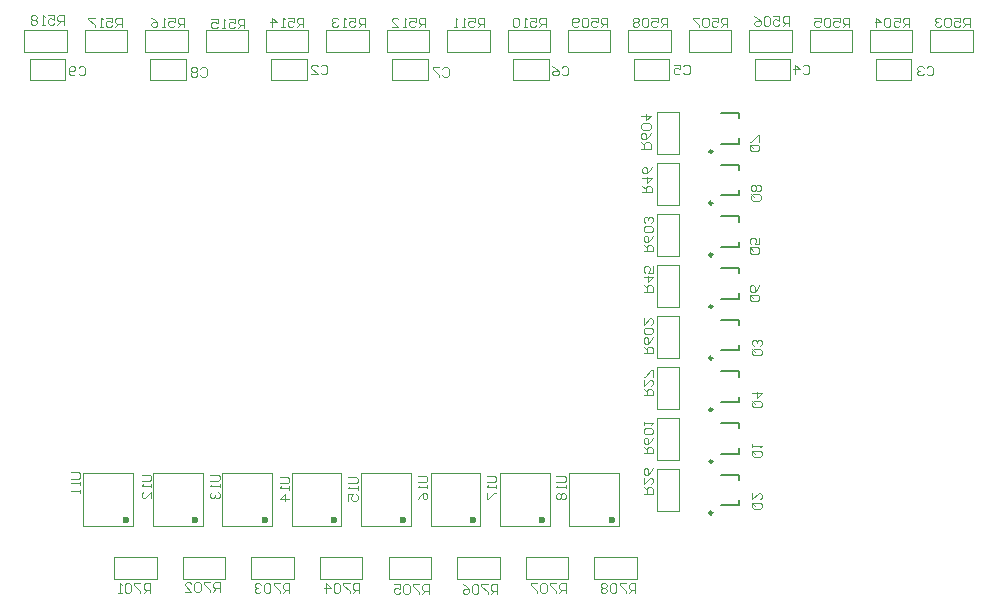
<source format=gbo>
%FSLAX25Y25*%
%MOIN*%
G70*
G01*
G75*
G04 Layer_Color=32896*
%ADD10R,0.33465X0.42126*%
%ADD11R,0.12205X0.04331*%
%ADD12R,0.05906X0.03937*%
%ADD13R,0.05512X0.04724*%
%ADD14R,0.05906X0.05906*%
%ADD15R,0.01969X0.07874*%
%ADD16O,0.01969X0.07874*%
%ADD17R,0.04921X0.03543*%
%ADD18R,0.03543X0.02362*%
%ADD19R,0.03937X0.05906*%
%ADD20R,0.04724X0.05512*%
%ADD21R,0.01969X0.06890*%
%ADD22O,0.01969X0.06890*%
%ADD23O,0.06890X0.01969*%
%ADD24C,0.03937*%
%ADD25C,0.01000*%
%ADD26C,0.02362*%
%ADD27C,0.03150*%
%ADD28C,0.01969*%
%ADD29C,0.01575*%
%ADD30C,0.17716*%
%ADD31R,0.08268X0.08268*%
%ADD32C,0.08268*%
%ADD33R,0.08268X0.08268*%
%ADD34R,0.06102X0.06102*%
%ADD35C,0.06102*%
%ADD36R,0.06102X0.06102*%
%ADD37C,0.05906*%
%ADD38C,0.04724*%
%ADD39R,0.04724X0.04724*%
G04:AMPARAMS|DCode=40|XSize=98.43mil|YSize=118.11mil|CornerRadius=24.61mil|HoleSize=0mil|Usage=FLASHONLY|Rotation=90.000|XOffset=0mil|YOffset=0mil|HoleType=Round|Shape=RoundedRectangle|*
%AMROUNDEDRECTD40*
21,1,0.09843,0.06890,0,0,90.0*
21,1,0.04921,0.11811,0,0,90.0*
1,1,0.04921,0.03445,0.02461*
1,1,0.04921,0.03445,-0.02461*
1,1,0.04921,-0.03445,-0.02461*
1,1,0.04921,-0.03445,0.02461*
%
%ADD40ROUNDEDRECTD40*%
%ADD41R,0.11811X0.09843*%
%ADD42C,0.11811*%
%ADD43C,0.04724*%
%ADD44R,0.04724X0.04724*%
%ADD45C,0.06200*%
%ADD46R,0.05906X0.05906*%
%ADD47C,0.01969*%
%ADD48R,0.02362X0.05906*%
%ADD49R,0.04724X0.03937*%
%ADD50R,0.04724X0.03543*%
%ADD51R,0.05118X0.03543*%
%ADD52R,0.03543X0.04921*%
%ADD53C,0.00787*%
%ADD54C,0.00394*%
%ADD55C,0.01200*%
%ADD56C,0.00591*%
%ADD57C,0.00500*%
%ADD58C,0.00400*%
%ADD59C,0.00600*%
%ADD60C,0.00236*%
%ADD61C,0.00984*%
%ADD62C,0.02362*%
D53*
X472787Y382512D02*
X478594D01*
X472787Y372276D02*
X478594D01*
Y374047D01*
Y380740D02*
Y382512D01*
X472787Y365298D02*
X478594D01*
X472787Y355061D02*
X478594D01*
Y356833D01*
Y363526D02*
Y365298D01*
X472787Y348083D02*
X478594D01*
X472787Y337847D02*
X478594D01*
X478594Y339619D01*
X478594Y346312D02*
Y348083D01*
X472787Y330869D02*
X478594D01*
X472787Y320633D02*
X478594D01*
X478594Y322404D02*
X478594Y320633D01*
X478594Y329097D02*
X478594Y330869D01*
X472787Y313655D02*
X478594D01*
X472787Y303418D02*
X478594D01*
X478594Y305190D02*
X478594Y303418D01*
X478594Y311883D02*
X478594Y313655D01*
X472787Y296440D02*
X478594D01*
X472787Y286204D02*
X478594D01*
Y287976D01*
Y296440D02*
X478594Y294669D01*
X472787Y279226D02*
X478594D01*
X472787Y268990D02*
X478594D01*
X478594Y270761D01*
X478594Y277454D02*
Y279226D01*
X472787Y262012D02*
X478594D01*
X472787Y251776D02*
X478594D01*
Y253547D01*
Y260240D02*
Y262012D01*
D54*
X270516Y227378D02*
X284650Y227378D01*
Y234622D01*
X270516Y234622D02*
X284650Y234622D01*
X270516Y227378D02*
Y234622D01*
X293373Y227378D02*
X307507Y227378D01*
Y234622D01*
X293373Y234622D02*
X307507Y234622D01*
X293373Y227378D02*
Y234622D01*
X316230Y227378D02*
X330364Y227378D01*
Y234622D01*
X316230Y234622D02*
X330364Y234622D01*
X316230Y227378D02*
Y234622D01*
X361944Y227378D02*
X376078Y227378D01*
Y234622D01*
X361944Y234622D02*
X376078Y234622D01*
X361944Y227378D02*
Y234622D01*
X384802Y227378D02*
X398935Y227378D01*
Y234622D01*
X384802Y234622D02*
X398935Y234622D01*
X384802Y227378D02*
Y234622D01*
X407659Y227378D02*
X421793Y227378D01*
Y234622D01*
X407659Y234622D02*
X421793Y234622D01*
X407659Y227378D02*
Y234622D01*
X369339Y244937D02*
Y262653D01*
X352804Y244937D02*
Y262653D01*
Y244937D02*
X369339D01*
X352804Y262653D02*
X369339D01*
X438768Y244937D02*
Y262653D01*
X422232Y244937D02*
Y262653D01*
Y244937D02*
X438768D01*
X422232Y262653D02*
X438768D01*
X339087Y227378D02*
X353221Y227378D01*
Y234622D01*
X339087Y234622D02*
X353221Y234622D01*
X339087Y227378D02*
Y234622D01*
X430516Y227378D02*
X444650Y227378D01*
Y234622D01*
X430516Y234622D02*
X444650Y234622D01*
X430516Y227378D02*
Y234622D01*
X276768Y244937D02*
Y262653D01*
X260232Y244937D02*
Y262653D01*
Y244937D02*
X276768D01*
X260232Y262653D02*
X276768D01*
X299911Y244937D02*
Y262653D01*
X283375Y244937D02*
Y262653D01*
Y244937D02*
X299911D01*
X283375Y262653D02*
X299911D01*
X323053Y244937D02*
Y262653D01*
X306518Y244937D02*
Y262653D01*
Y244937D02*
X323053D01*
X306518Y262653D02*
X323053D01*
X346196Y244937D02*
Y262653D01*
X329661Y244937D02*
Y262653D01*
Y244937D02*
X346196D01*
X329661Y262653D02*
X346196D01*
X392482Y244937D02*
Y262653D01*
X375946Y244937D02*
Y262653D01*
Y244937D02*
X392482D01*
X375946Y262653D02*
X392482D01*
X415625Y244937D02*
Y262653D01*
X399089Y244937D02*
Y262653D01*
Y244937D02*
X415625D01*
X399089Y262653D02*
X415625D01*
X451346Y368744D02*
Y382878D01*
Y368744D02*
X458591D01*
Y382878D01*
X451346D02*
X458591D01*
X451346Y351744D02*
Y365878D01*
Y351744D02*
X458591D01*
Y365878D01*
X451346D02*
X458591D01*
X451346Y334744D02*
Y348878D01*
Y334744D02*
X458591D01*
Y348878D01*
X451346D02*
X458591D01*
X451346Y317744D02*
X451346Y331878D01*
X451346Y317744D02*
X458591D01*
X458591Y331878D02*
X458591Y317744D01*
X451346Y331878D02*
X458591D01*
X451346Y283744D02*
Y297878D01*
Y283744D02*
X458591D01*
Y297878D01*
X451346D02*
X458591D01*
X451346Y300744D02*
Y314878D01*
Y300744D02*
X458591D01*
Y314878D01*
X451346D02*
X458591D01*
Y266744D02*
Y280878D01*
X451346D02*
X458591D01*
X451346Y266744D02*
Y280878D01*
Y266744D02*
X458591D01*
X451346Y249744D02*
X451346Y263878D01*
X451346Y249744D02*
X458591D01*
X458591Y263878D02*
X458591Y249744D01*
X451346Y263878D02*
X458591D01*
X240516Y402878D02*
Y410122D01*
X254650Y410122D01*
Y402878D02*
Y410122D01*
X240516Y402878D02*
X254650Y402878D01*
X260649Y402878D02*
Y410122D01*
X274783Y410122D01*
Y402878D02*
Y410122D01*
X260649Y402878D02*
X274783Y402878D01*
X254134Y393693D02*
Y400425D01*
X242284Y393693D02*
Y400425D01*
X254134D01*
X242284Y393693D02*
X254134D01*
X300916Y410122D02*
X300916Y402878D01*
X300916Y410122D02*
X315050Y410122D01*
Y402878D02*
Y410122D01*
X300916Y402878D02*
X315050D01*
X280782Y402878D02*
Y410122D01*
X294916D01*
X294916Y402878D01*
X280782Y402878D02*
X294916Y402878D01*
X294420Y393693D02*
Y400425D01*
X282569Y393693D02*
Y400425D01*
X294420D01*
X282569Y393693D02*
X294420D01*
X341182Y402878D02*
Y410122D01*
X355316Y410122D01*
Y402878D02*
Y410122D01*
X341182Y402878D02*
X355316Y402878D01*
X321049Y402878D02*
Y410122D01*
X335183Y410122D01*
Y402878D02*
Y410122D01*
X321049Y402878D02*
X335183Y402878D01*
X322855Y393693D02*
Y400425D01*
X334705Y393693D02*
Y400425D01*
X322855Y393693D02*
X334705D01*
X322855Y400425D02*
X334705D01*
X381449Y402878D02*
Y410122D01*
X395583D01*
X395583Y402878D01*
X381449Y402878D02*
X395583Y402878D01*
X361316D02*
Y410122D01*
X375450Y410122D01*
Y402878D02*
Y410122D01*
X361316Y402878D02*
X375450D01*
X374991Y393693D02*
Y400425D01*
X363141Y393693D02*
Y400425D01*
X374991D01*
X363141Y393693D02*
X374991D01*
X421716Y402878D02*
Y410122D01*
X435850Y410122D01*
Y402878D02*
Y410122D01*
X421716Y402878D02*
X435850Y402878D01*
X401582D02*
Y410122D01*
X415716Y410122D01*
Y402878D02*
Y410122D01*
X401582Y402878D02*
X415716D01*
X415277Y393693D02*
Y400425D01*
X403426Y393693D02*
Y400425D01*
X415277D01*
X403426Y393693D02*
X415277D01*
X441849Y402878D02*
Y410122D01*
X455983Y410122D01*
Y402878D02*
Y410122D01*
X441849Y402878D02*
X455983Y402878D01*
X461982Y402878D02*
X461982Y410122D01*
X476116Y410122D01*
Y402878D02*
Y410122D01*
X461982Y402878D02*
X476116Y402878D01*
X455562Y393693D02*
Y400425D01*
X443712Y393693D02*
Y400425D01*
X455562D01*
X443712Y393693D02*
X455562D01*
X482116Y402878D02*
Y410122D01*
X496249D01*
X496250Y402878D01*
X482116Y402878D02*
X496250Y402878D01*
X502249Y402878D02*
Y410122D01*
X516383Y410122D01*
X516383Y402878D02*
X516383Y410122D01*
X502249Y402878D02*
X516383Y402878D01*
X495848Y393693D02*
Y400425D01*
X483998Y393693D02*
Y400425D01*
X495848D01*
X483998Y393693D02*
X495848D01*
X542516Y402878D02*
Y410122D01*
X556649D01*
X556649Y402878D01*
X542516Y402878D02*
X556649Y402878D01*
X522382Y402878D02*
Y410122D01*
X536516D01*
X536516Y402878D02*
X536516Y410122D01*
X522382Y402878D02*
X536516Y402878D01*
X536134Y393693D02*
Y400425D01*
X524283Y393693D02*
Y400425D01*
X536134D01*
X524283Y393693D02*
X536134D01*
X253630Y412008D02*
Y415157D01*
X252056D01*
X251531Y414632D01*
Y413582D01*
X252056Y413057D01*
X253630D01*
X252580D02*
X251531Y412008D01*
X248382Y415157D02*
X250481D01*
Y413582D01*
X249432Y414107D01*
X248907D01*
X248382Y413582D01*
Y412533D01*
X248907Y412008D01*
X249957D01*
X250481Y412533D01*
X247333Y412008D02*
X246283D01*
X246808D01*
Y415157D01*
X247333Y414632D01*
X244709D02*
X244184Y415157D01*
X243135D01*
X242610Y414632D01*
Y414107D01*
X243135Y413582D01*
X242610Y413057D01*
Y412533D01*
X243135Y412008D01*
X244184D01*
X244709Y412533D01*
Y413057D01*
X244184Y413582D01*
X244709Y414107D01*
Y414632D01*
X244184Y413582D02*
X243135D01*
X272921Y411221D02*
Y414369D01*
X271347D01*
X270822Y413844D01*
Y412795D01*
X271347Y412270D01*
X272921D01*
X271872D02*
X270822Y411221D01*
X267674Y414369D02*
X269773D01*
Y412795D01*
X268723Y413319D01*
X268198D01*
X267674Y412795D01*
Y411745D01*
X268198Y411221D01*
X269248D01*
X269773Y411745D01*
X266624Y411221D02*
X265575D01*
X266099D01*
Y414369D01*
X266624Y413844D01*
X264000Y414369D02*
X261901D01*
Y413844D01*
X264000Y411745D01*
Y411221D01*
X293787D02*
Y414369D01*
X292213D01*
X291688Y413844D01*
Y412795D01*
X292213Y412270D01*
X293787D01*
X292738D02*
X291688Y411221D01*
X288540Y414369D02*
X290639D01*
Y412795D01*
X289589Y413319D01*
X289065D01*
X288540Y412795D01*
Y411745D01*
X289065Y411221D01*
X290114D01*
X290639Y411745D01*
X287490Y411221D02*
X286441D01*
X286965D01*
Y414369D01*
X287490Y413844D01*
X282767Y414369D02*
X283817Y413844D01*
X284866Y412795D01*
Y411745D01*
X284342Y411221D01*
X283292D01*
X282767Y411745D01*
Y412270D01*
X283292Y412795D01*
X284866D01*
X313866Y410827D02*
Y413975D01*
X312292D01*
X311767Y413451D01*
Y412401D01*
X312292Y411876D01*
X313866D01*
X312817D02*
X311767Y410827D01*
X308618Y413975D02*
X310718D01*
Y412401D01*
X309668Y412926D01*
X309143D01*
X308618Y412401D01*
Y411351D01*
X309143Y410827D01*
X310193D01*
X310718Y411351D01*
X307569Y410827D02*
X306519D01*
X307044D01*
Y413975D01*
X307569Y413451D01*
X302846Y413975D02*
X304945D01*
Y412401D01*
X303896Y412926D01*
X303371D01*
X302846Y412401D01*
Y411351D01*
X303371Y410827D01*
X304420D01*
X304945Y411351D01*
X333551Y411221D02*
Y414369D01*
X331977D01*
X331452Y413844D01*
Y412795D01*
X331977Y412270D01*
X333551D01*
X332502D02*
X331452Y411221D01*
X328304Y414369D02*
X330403D01*
Y412795D01*
X329353Y413319D01*
X328828D01*
X328304Y412795D01*
Y411745D01*
X328828Y411221D01*
X329878D01*
X330403Y411745D01*
X327254Y411221D02*
X326204D01*
X326729D01*
Y414369D01*
X327254Y413844D01*
X323056Y411221D02*
Y414369D01*
X324630Y412795D01*
X322531D01*
X354024Y411221D02*
Y414369D01*
X352449D01*
X351925Y413844D01*
Y412795D01*
X352449Y412270D01*
X354024D01*
X352974D02*
X351925Y411221D01*
X348776Y414369D02*
X350875D01*
Y412795D01*
X349826Y413319D01*
X349301D01*
X348776Y412795D01*
Y411745D01*
X349301Y411221D01*
X350350D01*
X350875Y411745D01*
X347726Y411221D02*
X346677D01*
X347202D01*
Y414369D01*
X347726Y413844D01*
X345103D02*
X344578Y414369D01*
X343528D01*
X343004Y413844D01*
Y413319D01*
X343528Y412795D01*
X344053D01*
X343528D01*
X343004Y412270D01*
Y411745D01*
X343528Y411221D01*
X344578D01*
X345103Y411745D01*
X374102Y411221D02*
Y414369D01*
X372528D01*
X372003Y413844D01*
Y412795D01*
X372528Y412270D01*
X374102D01*
X373053D02*
X372003Y411221D01*
X368855Y414369D02*
X370954D01*
Y412795D01*
X369904Y413319D01*
X369379D01*
X368855Y412795D01*
Y411745D01*
X369379Y411221D01*
X370429D01*
X370954Y411745D01*
X367805Y411221D02*
X366756D01*
X367280D01*
Y414369D01*
X367805Y413844D01*
X363082Y411221D02*
X365181D01*
X363082Y413319D01*
Y413844D01*
X363607Y414369D01*
X364657D01*
X365181Y413844D01*
X393787Y411221D02*
Y414369D01*
X392213D01*
X391688Y413844D01*
Y412795D01*
X392213Y412270D01*
X393787D01*
X392738D02*
X391688Y411221D01*
X388540Y414369D02*
X390639D01*
Y412795D01*
X389589Y413319D01*
X389065D01*
X388540Y412795D01*
Y411745D01*
X389065Y411221D01*
X390114D01*
X390639Y411745D01*
X387490Y411221D02*
X386441D01*
X386965D01*
Y414369D01*
X387490Y413844D01*
X384866Y411221D02*
X383817D01*
X384342D01*
Y414369D01*
X384866Y413844D01*
X414260Y411221D02*
Y414369D01*
X412685D01*
X412161Y413844D01*
Y412795D01*
X412685Y412270D01*
X414260D01*
X413210D02*
X412161Y411221D01*
X409012Y414369D02*
X411111D01*
Y412795D01*
X410062Y413319D01*
X409537D01*
X409012Y412795D01*
Y411745D01*
X409537Y411221D01*
X410587D01*
X411111Y411745D01*
X407963Y411221D02*
X406913D01*
X407438D01*
Y414369D01*
X407963Y413844D01*
X405339D02*
X404814Y414369D01*
X403764D01*
X403240Y413844D01*
Y411745D01*
X403764Y411221D01*
X404814D01*
X405339Y411745D01*
Y413844D01*
X434732Y411221D02*
Y414369D01*
X433158D01*
X432633Y413844D01*
Y412795D01*
X433158Y412270D01*
X434732D01*
X433683D02*
X432633Y411221D01*
X429485Y414369D02*
X431584D01*
Y412795D01*
X430534Y413319D01*
X430009D01*
X429485Y412795D01*
Y411745D01*
X430009Y411221D01*
X431059D01*
X431584Y411745D01*
X428435Y413844D02*
X427910Y414369D01*
X426861D01*
X426336Y413844D01*
Y411745D01*
X426861Y411221D01*
X427910D01*
X428435Y411745D01*
Y413844D01*
X425286Y411745D02*
X424762Y411221D01*
X423712D01*
X423187Y411745D01*
Y413844D01*
X423712Y414369D01*
X424762D01*
X425286Y413844D01*
Y413319D01*
X424762Y412795D01*
X423187D01*
X454811Y411221D02*
Y414369D01*
X453237D01*
X452712Y413844D01*
Y412795D01*
X453237Y412270D01*
X454811D01*
X453761D02*
X452712Y411221D01*
X449563Y414369D02*
X451662D01*
Y412795D01*
X450613Y413319D01*
X450088D01*
X449563Y412795D01*
Y411745D01*
X450088Y411221D01*
X451138D01*
X451662Y411745D01*
X448514Y413844D02*
X447989Y414369D01*
X446940D01*
X446415Y413844D01*
Y411745D01*
X446940Y411221D01*
X447989D01*
X448514Y411745D01*
Y413844D01*
X445365D02*
X444840Y414369D01*
X443791D01*
X443266Y413844D01*
Y413319D01*
X443791Y412795D01*
X443266Y412270D01*
Y411745D01*
X443791Y411221D01*
X444840D01*
X445365Y411745D01*
Y412270D01*
X444840Y412795D01*
X445365Y413319D01*
Y413844D01*
X444840Y412795D02*
X443791D01*
X474890Y411221D02*
Y414369D01*
X473315D01*
X472791Y413844D01*
Y412795D01*
X473315Y412270D01*
X474890D01*
X473840D02*
X472791Y411221D01*
X469642Y414369D02*
X471741D01*
Y412795D01*
X470692Y413319D01*
X470167D01*
X469642Y412795D01*
Y411745D01*
X470167Y411221D01*
X471216D01*
X471741Y411745D01*
X468593Y413844D02*
X468068Y414369D01*
X467018D01*
X466494Y413844D01*
Y411745D01*
X467018Y411221D01*
X468068D01*
X468593Y411745D01*
Y413844D01*
X465444Y414369D02*
X463345D01*
Y413844D01*
X465444Y411745D01*
Y411221D01*
X495362Y411614D02*
Y414763D01*
X493788D01*
X493263Y414238D01*
Y413189D01*
X493788Y412664D01*
X495362D01*
X494313D02*
X493263Y411614D01*
X490114Y414763D02*
X492214D01*
Y413189D01*
X491164Y413713D01*
X490639D01*
X490114Y413189D01*
Y412139D01*
X490639Y411614D01*
X491689D01*
X492214Y412139D01*
X489065Y414238D02*
X488540Y414763D01*
X487491D01*
X486966Y414238D01*
Y412139D01*
X487491Y411614D01*
X488540D01*
X489065Y412139D01*
Y414238D01*
X483817Y414763D02*
X484867Y414238D01*
X485916Y413189D01*
Y412139D01*
X485392Y411614D01*
X484342D01*
X483817Y412139D01*
Y412664D01*
X484342Y413189D01*
X485916D01*
X515441Y411221D02*
Y414369D01*
X513867D01*
X513342Y413844D01*
Y412795D01*
X513867Y412270D01*
X515441D01*
X514391D02*
X513342Y411221D01*
X510193Y414369D02*
X512292D01*
Y412795D01*
X511243Y413319D01*
X510718D01*
X510193Y412795D01*
Y411745D01*
X510718Y411221D01*
X511768D01*
X512292Y411745D01*
X509144Y413844D02*
X508619Y414369D01*
X507570D01*
X507045Y413844D01*
Y411745D01*
X507570Y411221D01*
X508619D01*
X509144Y411745D01*
Y413844D01*
X503896Y414369D02*
X505995D01*
Y412795D01*
X504946Y413319D01*
X504421D01*
X503896Y412795D01*
Y411745D01*
X504421Y411221D01*
X505470D01*
X505995Y411745D01*
X535520Y411221D02*
Y414369D01*
X533945D01*
X533421Y413844D01*
Y412795D01*
X533945Y412270D01*
X535520D01*
X534470D02*
X533421Y411221D01*
X530272Y414369D02*
X532371D01*
Y412795D01*
X531322Y413319D01*
X530797D01*
X530272Y412795D01*
Y411745D01*
X530797Y411221D01*
X531846D01*
X532371Y411745D01*
X529222Y413844D02*
X528698Y414369D01*
X527648D01*
X527123Y413844D01*
Y411745D01*
X527648Y411221D01*
X528698D01*
X529222Y411745D01*
Y413844D01*
X524500Y411221D02*
Y414369D01*
X526074Y412795D01*
X523975D01*
X555598Y411221D02*
Y414369D01*
X554024D01*
X553499Y413844D01*
Y412795D01*
X554024Y412270D01*
X555598D01*
X554549D02*
X553499Y411221D01*
X550351Y414369D02*
X552450D01*
Y412795D01*
X551400Y413319D01*
X550876D01*
X550351Y412795D01*
Y411745D01*
X550876Y411221D01*
X551925D01*
X552450Y411745D01*
X549301Y413844D02*
X548776Y414369D01*
X547727D01*
X547202Y413844D01*
Y411745D01*
X547727Y411221D01*
X548776D01*
X549301Y411745D01*
Y413844D01*
X546153D02*
X545628Y414369D01*
X544578D01*
X544054Y413844D01*
Y413319D01*
X544578Y412795D01*
X545103D01*
X544578D01*
X544054Y412270D01*
Y411745D01*
X544578Y411221D01*
X545628D01*
X546153Y411745D01*
X258617Y397703D02*
X259142Y398227D01*
X260192D01*
X260717Y397703D01*
Y395603D01*
X260192Y395079D01*
X259142D01*
X258617Y395603D01*
X257568D02*
X257043Y395079D01*
X255994D01*
X255469Y395603D01*
Y397703D01*
X255994Y398227D01*
X257043D01*
X257568Y397703D01*
Y397178D01*
X257043Y396653D01*
X255469D01*
X299169Y397309D02*
X299693Y397834D01*
X300743D01*
X301268Y397309D01*
Y395210D01*
X300743Y394685D01*
X299693D01*
X299169Y395210D01*
X298119Y397309D02*
X297594Y397834D01*
X296545D01*
X296020Y397309D01*
Y396784D01*
X296545Y396259D01*
X296020Y395735D01*
Y395210D01*
X296545Y394685D01*
X297594D01*
X298119Y395210D01*
Y395735D01*
X297594Y396259D01*
X298119Y396784D01*
Y397309D01*
X297594Y396259D02*
X296545D01*
X379877Y397309D02*
X380402Y397834D01*
X381452D01*
X381976Y397309D01*
Y395210D01*
X381452Y394685D01*
X380402D01*
X379877Y395210D01*
X378828Y397834D02*
X376729D01*
Y397309D01*
X378828Y395210D01*
Y394685D01*
X419641Y397703D02*
X420166Y398227D01*
X421215D01*
X421740Y397703D01*
Y395603D01*
X421215Y395079D01*
X420166D01*
X419641Y395603D01*
X416493Y398227D02*
X417542Y397703D01*
X418592Y396653D01*
Y395603D01*
X418067Y395079D01*
X417017D01*
X416493Y395603D01*
Y396128D01*
X417017Y396653D01*
X418592D01*
X460192Y398096D02*
X460717Y398621D01*
X461767D01*
X462291Y398096D01*
Y395997D01*
X461767Y395472D01*
X460717D01*
X460192Y395997D01*
X457044Y398621D02*
X459143D01*
Y397047D01*
X458093Y397571D01*
X457569D01*
X457044Y397047D01*
Y395997D01*
X457569Y395472D01*
X458618D01*
X459143Y395997D01*
X499956Y398096D02*
X500481Y398621D01*
X501530D01*
X502055Y398096D01*
Y395997D01*
X501530Y395472D01*
X500481D01*
X499956Y395997D01*
X497332Y395472D02*
Y398621D01*
X498907Y397047D01*
X496807D01*
X541295Y397703D02*
X541819Y398227D01*
X542869D01*
X543394Y397703D01*
Y395603D01*
X542869Y395079D01*
X541819D01*
X541295Y395603D01*
X540245Y397703D02*
X539720Y398227D01*
X538671D01*
X538146Y397703D01*
Y397178D01*
X538671Y396653D01*
X539196D01*
X538671D01*
X538146Y396128D01*
Y395603D01*
X538671Y395079D01*
X539720D01*
X540245Y395603D01*
X339326Y398096D02*
X339851Y398621D01*
X340900D01*
X341425Y398096D01*
Y395997D01*
X340900Y395472D01*
X339851D01*
X339326Y395997D01*
X336178Y395472D02*
X338277D01*
X336178Y397571D01*
Y398096D01*
X336702Y398621D01*
X337752D01*
X338277Y398096D01*
X417804Y261614D02*
X420428D01*
X420953Y261089D01*
Y260040D01*
X420428Y259515D01*
X417804D01*
X420953Y258466D02*
Y257416D01*
Y257941D01*
X417804D01*
X418329Y258466D01*
Y255842D02*
X417804Y255317D01*
Y254268D01*
X418329Y253743D01*
X418854D01*
X419379Y254268D01*
X419903Y253743D01*
X420428D01*
X420953Y254268D01*
Y255317D01*
X420428Y255842D01*
X419903D01*
X419379Y255317D01*
X418854Y255842D01*
X418329D01*
X419379Y255317D02*
Y254268D01*
X394576Y261614D02*
X397200D01*
X397724Y261089D01*
Y260040D01*
X397200Y259515D01*
X394576D01*
X397724Y258466D02*
Y257416D01*
Y257941D01*
X394576D01*
X395101Y258466D01*
X394576Y255842D02*
Y253743D01*
X395101D01*
X397200Y255842D01*
X397724D01*
X371741Y261614D02*
X374365D01*
X374890Y261089D01*
Y260040D01*
X374365Y259515D01*
X371741D01*
X374890Y258466D02*
Y257416D01*
Y257941D01*
X371741D01*
X372266Y258466D01*
X371741Y253743D02*
X372266Y254792D01*
X373316Y255842D01*
X374365D01*
X374890Y255317D01*
Y254268D01*
X374365Y253743D01*
X373840D01*
X373316Y254268D01*
Y255842D01*
X348513Y261221D02*
X351137D01*
X351661Y260696D01*
Y259646D01*
X351137Y259121D01*
X348513D01*
X351661Y258072D02*
Y257022D01*
Y257547D01*
X348513D01*
X349038Y258072D01*
X348513Y253349D02*
Y255448D01*
X350087D01*
X349562Y254398D01*
Y253874D01*
X350087Y253349D01*
X351137D01*
X351661Y253874D01*
Y254923D01*
X351137Y255448D01*
X325678Y261221D02*
X328302D01*
X328827Y260696D01*
Y259646D01*
X328302Y259121D01*
X325678D01*
X328827Y258072D02*
Y257022D01*
Y257547D01*
X325678D01*
X326203Y258072D01*
X328827Y253874D02*
X325678D01*
X327253Y255448D01*
Y253349D01*
X302450Y262008D02*
X305074D01*
X305598Y261483D01*
Y260434D01*
X305074Y259909D01*
X302450D01*
X305598Y258859D02*
Y257810D01*
Y258334D01*
X302450D01*
X302975Y258859D01*
Y256235D02*
X302450Y255711D01*
Y254661D01*
X302975Y254136D01*
X303499D01*
X304024Y254661D01*
Y255186D01*
Y254661D01*
X304549Y254136D01*
X305074D01*
X305598Y254661D01*
Y255711D01*
X305074Y256235D01*
X279615Y262008D02*
X282239D01*
X282764Y261483D01*
Y260434D01*
X282239Y259909D01*
X279615D01*
X282764Y258859D02*
Y257810D01*
Y258334D01*
X279615D01*
X280140Y258859D01*
X282764Y254136D02*
Y256235D01*
X280665Y254136D01*
X280140D01*
X279615Y254661D01*
Y255711D01*
X280140Y256235D01*
X255993Y262795D02*
X258617D01*
X259142Y262270D01*
Y261221D01*
X258617Y260696D01*
X255993D01*
X259142Y259647D02*
Y258597D01*
Y259122D01*
X255993D01*
X256518Y259647D01*
X259142Y257023D02*
Y255973D01*
Y256498D01*
X255993D01*
X256518Y257023D01*
X444181Y222638D02*
Y225786D01*
X442607D01*
X442082Y225262D01*
Y224212D01*
X442607Y223687D01*
X444181D01*
X443132D02*
X442082Y222638D01*
X441033Y225786D02*
X438933D01*
Y225262D01*
X441033Y223163D01*
Y222638D01*
X437884Y225262D02*
X437359Y225786D01*
X436310D01*
X435785Y225262D01*
Y223163D01*
X436310Y222638D01*
X437359D01*
X437884Y223163D01*
Y225262D01*
X434735D02*
X434211Y225786D01*
X433161D01*
X432636Y225262D01*
Y224737D01*
X433161Y224212D01*
X432636Y223687D01*
Y223163D01*
X433161Y222638D01*
X434211D01*
X434735Y223163D01*
Y223687D01*
X434211Y224212D01*
X434735Y224737D01*
Y225262D01*
X434211Y224212D02*
X433161D01*
X420953Y222638D02*
Y225786D01*
X419379D01*
X418854Y225262D01*
Y224212D01*
X419379Y223687D01*
X420953D01*
X419903D02*
X418854Y222638D01*
X417804Y225786D02*
X415705D01*
Y225262D01*
X417804Y223163D01*
Y222638D01*
X414656Y225262D02*
X414131Y225786D01*
X413081D01*
X412557Y225262D01*
Y223163D01*
X413081Y222638D01*
X414131D01*
X414656Y223163D01*
Y225262D01*
X411507Y225786D02*
X409408D01*
Y225262D01*
X411507Y223163D01*
Y222638D01*
X398118Y222244D02*
Y225393D01*
X396544D01*
X396019Y224868D01*
Y223818D01*
X396544Y223294D01*
X398118D01*
X397069D02*
X396019Y222244D01*
X394970Y225393D02*
X392870D01*
Y224868D01*
X394970Y222769D01*
Y222244D01*
X391821Y224868D02*
X391296Y225393D01*
X390247D01*
X389722Y224868D01*
Y222769D01*
X390247Y222244D01*
X391296D01*
X391821Y222769D01*
Y224868D01*
X386573Y225393D02*
X387623Y224868D01*
X388672Y223818D01*
Y222769D01*
X388148Y222244D01*
X387098D01*
X386573Y222769D01*
Y223294D01*
X387098Y223818D01*
X388672D01*
X375284Y222244D02*
Y225393D01*
X373709D01*
X373184Y224868D01*
Y223818D01*
X373709Y223294D01*
X375284D01*
X374234D02*
X373184Y222244D01*
X372135Y225393D02*
X370036D01*
Y224868D01*
X372135Y222769D01*
Y222244D01*
X368986Y224868D02*
X368461Y225393D01*
X367412D01*
X366887Y224868D01*
Y222769D01*
X367412Y222244D01*
X368461D01*
X368986Y222769D01*
Y224868D01*
X363739Y225393D02*
X365838D01*
Y223818D01*
X364788Y224343D01*
X364263D01*
X363739Y223818D01*
Y222769D01*
X364263Y222244D01*
X365313D01*
X365838Y222769D01*
X352055Y222638D02*
Y225786D01*
X350481D01*
X349956Y225262D01*
Y224212D01*
X350481Y223687D01*
X352055D01*
X351006D02*
X349956Y222638D01*
X348906Y225786D02*
X346808D01*
Y225262D01*
X348906Y223163D01*
Y222638D01*
X345758Y225262D02*
X345233Y225786D01*
X344184D01*
X343659Y225262D01*
Y223163D01*
X344184Y222638D01*
X345233D01*
X345758Y223163D01*
Y225262D01*
X341035Y222638D02*
Y225786D01*
X342609Y224212D01*
X340510D01*
X328827Y222638D02*
Y225786D01*
X327253D01*
X326728Y225262D01*
Y224212D01*
X327253Y223687D01*
X328827D01*
X327777D02*
X326728Y222638D01*
X325678Y225786D02*
X323579D01*
Y225262D01*
X325678Y223163D01*
Y222638D01*
X322530Y225262D02*
X322005Y225786D01*
X320955D01*
X320430Y225262D01*
Y223163D01*
X320955Y222638D01*
X322005D01*
X322530Y223163D01*
Y225262D01*
X319381D02*
X318856Y225786D01*
X317807D01*
X317282Y225262D01*
Y224737D01*
X317807Y224212D01*
X318332D01*
X317807D01*
X317282Y223687D01*
Y223163D01*
X317807Y222638D01*
X318856D01*
X319381Y223163D01*
X305598Y223031D02*
Y226180D01*
X304024D01*
X303499Y225655D01*
Y224606D01*
X304024Y224081D01*
X305598D01*
X304549D02*
X303499Y223031D01*
X302450Y226180D02*
X300351D01*
Y225655D01*
X302450Y223556D01*
Y223031D01*
X299301Y225655D02*
X298777Y226180D01*
X297727D01*
X297202Y225655D01*
Y223556D01*
X297727Y223031D01*
X298777D01*
X299301Y223556D01*
Y225655D01*
X294054Y223031D02*
X296153D01*
X294054Y225131D01*
Y225655D01*
X294578Y226180D01*
X295628D01*
X296153Y225655D01*
X282370Y222638D02*
Y225786D01*
X280796D01*
X280271Y225262D01*
Y224212D01*
X280796Y223687D01*
X282370D01*
X281321D02*
X280271Y222638D01*
X279222Y225786D02*
X277122D01*
Y225262D01*
X279222Y223163D01*
Y222638D01*
X276073Y225262D02*
X275548Y225786D01*
X274499D01*
X273974Y225262D01*
Y223163D01*
X274499Y222638D01*
X275548D01*
X276073Y223163D01*
Y225262D01*
X272924Y222638D02*
X271875D01*
X272399D01*
Y225786D01*
X272924Y225262D01*
X446150Y370669D02*
X449298D01*
Y372244D01*
X448773Y372768D01*
X447724D01*
X447199Y372244D01*
Y370669D01*
Y371719D02*
X446150Y372768D01*
X449298Y375917D02*
X448773Y374867D01*
X447724Y373818D01*
X446674D01*
X446150Y374343D01*
Y375392D01*
X446674Y375917D01*
X447199D01*
X447724Y375392D01*
Y373818D01*
X448773Y376967D02*
X449298Y377491D01*
Y378541D01*
X448773Y379065D01*
X446674D01*
X446150Y378541D01*
Y377491D01*
X446674Y376967D01*
X448773D01*
X446150Y381689D02*
X449298D01*
X447724Y380115D01*
Y382214D01*
X446937Y336417D02*
X450086D01*
Y337992D01*
X449561Y338516D01*
X448511D01*
X447987Y337992D01*
Y336417D01*
Y337467D02*
X446937Y338516D01*
X450086Y341665D02*
X449561Y340615D01*
X448511Y339566D01*
X447462D01*
X446937Y340091D01*
Y341140D01*
X447462Y341665D01*
X447987D01*
X448511Y341140D01*
Y339566D01*
X449561Y342715D02*
X450086Y343239D01*
Y344289D01*
X449561Y344814D01*
X447462D01*
X446937Y344289D01*
Y343239D01*
X447462Y342715D01*
X449561D01*
Y345863D02*
X450086Y346388D01*
Y347437D01*
X449561Y347962D01*
X449036D01*
X448511Y347437D01*
Y346913D01*
Y347437D01*
X447987Y347962D01*
X447462D01*
X446937Y347437D01*
Y346388D01*
X447462Y345863D01*
X446937Y302559D02*
X450086D01*
Y304133D01*
X449561Y304658D01*
X448511D01*
X447987Y304133D01*
Y302559D01*
Y303609D02*
X446937Y304658D01*
X450086Y307807D02*
X449561Y306757D01*
X448511Y305708D01*
X447462D01*
X446937Y306232D01*
Y307282D01*
X447462Y307807D01*
X447987D01*
X448511Y307282D01*
Y305708D01*
X449561Y308856D02*
X450086Y309381D01*
Y310431D01*
X449561Y310955D01*
X447462D01*
X446937Y310431D01*
Y309381D01*
X447462Y308856D01*
X449561D01*
X446937Y314104D02*
Y312005D01*
X449036Y314104D01*
X449561D01*
X450086Y313579D01*
Y312530D01*
X449561Y312005D01*
X446937Y269094D02*
X450086D01*
Y270669D01*
X449561Y271194D01*
X448511D01*
X447987Y270669D01*
Y269094D01*
Y270144D02*
X446937Y271194D01*
X450086Y274342D02*
X449561Y273293D01*
X448511Y272243D01*
X447462D01*
X446937Y272768D01*
Y273817D01*
X447462Y274342D01*
X447987D01*
X448511Y273817D01*
Y272243D01*
X449561Y275392D02*
X450086Y275916D01*
Y276966D01*
X449561Y277491D01*
X447462D01*
X446937Y276966D01*
Y275916D01*
X447462Y275392D01*
X449561D01*
X446937Y278540D02*
Y279590D01*
Y279065D01*
X450086D01*
X449561Y278540D01*
X446543Y356102D02*
X449692D01*
Y357677D01*
X449167Y358201D01*
X448118D01*
X447593Y357677D01*
Y356102D01*
Y357152D02*
X446543Y358201D01*
Y360825D02*
X449692D01*
X448118Y359251D01*
Y361350D01*
X449692Y364499D02*
X449167Y363449D01*
X448118Y362400D01*
X447068D01*
X446543Y362924D01*
Y363974D01*
X447068Y364499D01*
X447593D01*
X448118Y363974D01*
Y362400D01*
X446937Y323031D02*
X450086D01*
Y324606D01*
X449561Y325131D01*
X448511D01*
X447987Y324606D01*
Y323031D01*
Y324081D02*
X446937Y325131D01*
Y327754D02*
X450086D01*
X448511Y326180D01*
Y328279D01*
X450086Y331428D02*
Y329329D01*
X448511D01*
X449036Y330378D01*
Y330903D01*
X448511Y331428D01*
X447462D01*
X446937Y330903D01*
Y329854D01*
X447462Y329329D01*
X446937Y288386D02*
X450086D01*
Y289960D01*
X449561Y290485D01*
X448511D01*
X447987Y289960D01*
Y288386D01*
Y289435D02*
X446937Y290485D01*
Y293634D02*
Y291534D01*
X449036Y293634D01*
X449561D01*
X450086Y293109D01*
Y292059D01*
X449561Y291534D01*
X450086Y294683D02*
Y296782D01*
X449561D01*
X447462Y294683D01*
X446937D01*
Y255709D02*
X450086D01*
Y257283D01*
X449561Y257808D01*
X448511D01*
X447987Y257283D01*
Y255709D01*
Y256758D02*
X446937Y257808D01*
Y260956D02*
Y258857D01*
X449036Y260956D01*
X449561D01*
X450086Y260432D01*
Y259382D01*
X449561Y258857D01*
X450086Y264105D02*
X449561Y263055D01*
X448511Y262006D01*
X447462D01*
X446937Y262531D01*
Y263580D01*
X447462Y264105D01*
X447987D01*
X448511Y263580D01*
Y262006D01*
X483289Y355446D02*
X485388D01*
X485912Y354921D01*
Y353871D01*
X485388Y353346D01*
X483289D01*
X482764Y353871D01*
Y354921D01*
X483813Y354396D02*
X482764Y355446D01*
Y354921D02*
X483289Y355446D01*
X485388Y356495D02*
X485912Y357020D01*
Y358069D01*
X485388Y358594D01*
X484863D01*
X484338Y358069D01*
X483813Y358594D01*
X483289D01*
X482764Y358069D01*
Y357020D01*
X483289Y356495D01*
X483813D01*
X484338Y357020D01*
X484863Y356495D01*
X485388D01*
X484338Y357020D02*
Y358069D01*
X482895Y371981D02*
X484994D01*
X485519Y371456D01*
Y370407D01*
X484994Y369882D01*
X482895D01*
X482370Y370407D01*
Y371456D01*
X483420Y370931D02*
X482370Y371981D01*
Y371456D02*
X482895Y371981D01*
X485519Y373030D02*
Y375130D01*
X484994D01*
X482895Y373030D01*
X482370D01*
X482895Y321981D02*
X484994D01*
X485519Y321456D01*
Y320407D01*
X484994Y319882D01*
X482895D01*
X482370Y320407D01*
Y321456D01*
X483420Y320931D02*
X482370Y321981D01*
Y321456D02*
X482895Y321981D01*
X485519Y325130D02*
X484994Y324080D01*
X483944Y323030D01*
X482895D01*
X482370Y323555D01*
Y324605D01*
X482895Y325130D01*
X483420D01*
X483944Y324605D01*
Y323030D01*
X482895Y337729D02*
X484994D01*
X485519Y337204D01*
Y336155D01*
X484994Y335630D01*
X482895D01*
X482370Y336155D01*
Y337204D01*
X483420Y336679D02*
X482370Y337729D01*
Y337204D02*
X482895Y337729D01*
X485519Y340878D02*
Y338778D01*
X483944D01*
X484469Y339828D01*
Y340353D01*
X483944Y340878D01*
X482895D01*
X482370Y340353D01*
Y339303D01*
X482895Y338778D01*
X483682Y286548D02*
X485781D01*
X486306Y286023D01*
Y284974D01*
X485781Y284449D01*
X483682D01*
X483157Y284974D01*
Y286023D01*
X484207Y285498D02*
X483157Y286548D01*
Y286023D02*
X483682Y286548D01*
X483157Y289172D02*
X486306D01*
X484732Y287597D01*
Y289697D01*
X483682Y303871D02*
X485781D01*
X486306Y303346D01*
Y302296D01*
X485781Y301772D01*
X483682D01*
X483157Y302296D01*
Y303346D01*
X484207Y302821D02*
X483157Y303871D01*
Y303346D02*
X483682Y303871D01*
X485781Y304920D02*
X486306Y305445D01*
Y306494D01*
X485781Y307019D01*
X485256D01*
X484732Y306494D01*
Y305970D01*
Y306494D01*
X484207Y307019D01*
X483682D01*
X483157Y306494D01*
Y305445D01*
X483682Y304920D01*
Y252690D02*
X485781D01*
X486306Y252165D01*
Y251115D01*
X485781Y250590D01*
X483682D01*
X483157Y251115D01*
Y252165D01*
X484207Y251640D02*
X483157Y252690D01*
Y252165D02*
X483682Y252690D01*
X483157Y255838D02*
Y253739D01*
X485256Y255838D01*
X485781D01*
X486306Y255313D01*
Y254264D01*
X485781Y253739D01*
X483682Y270012D02*
X485781D01*
X486306Y269488D01*
Y268438D01*
X485781Y267913D01*
X483682D01*
X483157Y268438D01*
Y269488D01*
X484207Y268963D02*
X483157Y270012D01*
Y269488D02*
X483682Y270012D01*
X483157Y271062D02*
Y272112D01*
Y271587D01*
X486306D01*
X485781Y271062D01*
D61*
X469835Y369717D02*
G03*
X469835Y369717I-492J0D01*
G01*
Y352502D02*
G03*
X469835Y352502I-492J0D01*
G01*
Y335288D02*
G03*
X469835Y335288I-492J0D01*
G01*
Y318074D02*
G03*
X469835Y318074I-492J0D01*
G01*
Y300859D02*
G03*
X469835Y300859I-492J0D01*
G01*
Y283645D02*
G03*
X469835Y283645I-492J0D01*
G01*
Y266431D02*
G03*
X469835Y266431I-492J0D01*
G01*
Y249217D02*
G03*
X469835Y249217I-492J0D01*
G01*
D62*
X366859Y246905D02*
D03*
X436287D02*
D03*
X274287D02*
D03*
X297430D02*
D03*
X320573D02*
D03*
X343716D02*
D03*
X390002D02*
D03*
X413144D02*
D03*
M02*

</source>
